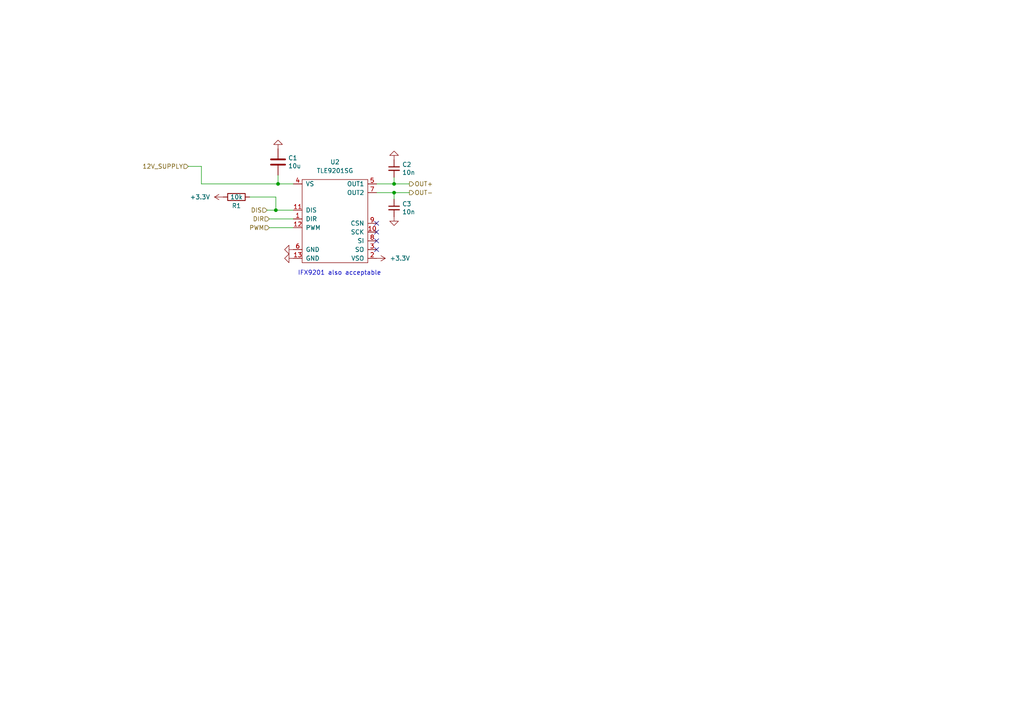
<source format=kicad_sch>
(kicad_sch (version 20230121) (generator eeschema)
  (paper "A4")
  (title_block (title "Polygonus Universal 88p") (date "2023-11-12") (rev "v1.0") (company "FutureProofPerformance.com"))
  (lib_symbols
    (symbol "Device:C" (pin_numbers hide) (pin_names (offset 0.254))
      (property "Reference" "C" (at 0.635 2.54 0))
      (property "Value" "C" (at 0.635 -2.54 0))
      (symbol "C_0_1"
        (polyline (pts (xy -2.032 -0.762) (xy 2.032 -0.762)) (stroke (width 0.508)))
        (polyline (pts (xy -2.032 0.762) (xy 2.032 0.762)) (stroke (width 0.508)))
      )
      (symbol "C_1_1"
        (pin passive line (at 0 3.81 270) (length 2.794) (name "~") (number "1"))
        (pin passive line (at 0 -3.81 90) (length 2.794) (name "~") (number "2"))
      )
    )
    (symbol "Device:C_Small" (pin_numbers hide) (pin_names (offset 0.254) hide)
      (property "Reference" "C" (at 0.254 1.778 0))
      (property "Value" "C_Small" (at 0.254 -2.032 0))
      (symbol "C_Small_0_1"
        (polyline (pts (xy -1.524 -0.508) (xy 1.524 -0.508)) (stroke (width 0.3302)))
        (polyline (pts (xy -1.524 0.508) (xy 1.524 0.508)) (stroke (width 0.3048)))
      )
      (symbol "C_Small_1_1"
        (pin passive line (at 0 2.54 270) (length 2.032) (name "~") (number "1"))
        (pin passive line (at 0 -2.54 90) (length 2.032) (name "~") (number "2"))
      )
    )
    (symbol "Device:R" (pin_numbers hide) (pin_names (offset 0))
      (property "Reference" "R" (at 2.032 0 90))
      (property "Value" "R" (at 0 0 90))
      (symbol "R_0_1"
        (rectangle (start -1.016 -2.54) (end 1.016 2.54) (stroke (width 0.254)))
      )
      (symbol "R_1_1"
        (pin passive line (at 0 3.81 270) (length 1.27) (name "~") (number "1"))
        (pin passive line (at 0 -3.81 90) (length 1.27) (name "~") (number "2"))
      )
    )
    (symbol "GND_1" (power) (pin_names (offset 0))
      (property "Value" "GND_1" (at 0 -3.81 0))
      (symbol "GND_1_0_1"
        (polyline (pts (xy 0 0) (xy 0 -1.27) (xy 1.27 -1.27) (xy 0 -2.54) (xy -1.27 -1.27) (xy 0 -1.27)))
      )
      (symbol "GND_1_1_1"
        (pin power_in line (at 0 0 270) (length 0) hide (name "GND") (number "1"))
      )
    )
    (symbol "Simon:TLE9201SG" (pin_names (offset 1.016))
      (property "Reference" "U11" (at -0.635 15.875 0))
      (property "Value" "TLE9201SG" (at -0.635 13.5636 0))
      (symbol "TLE9201SG_0_1"
        (rectangle (start -10.16 11.43) (end 8.89 -12.7))
      )
      (symbol "TLE9201SG_1_1"
        (pin input line (at -12.7 0 0) (length 2.54) (name "DIR") (number "1"))
        (pin input line (at 11.43 -3.81 180) (length 2.54) (name "SCK") (number "10"))
        (pin input line (at -12.7 2.54 0) (length 2.54) (name "DIS") (number "11"))
        (pin input line (at -12.7 -2.54 0) (length 2.54) (name "PWM") (number "12"))
        (pin power_in line (at -12.7 -11.43 0) (length 2.54) (name "GND") (number "13"))
        (pin power_in line (at 11.43 -11.43 180) (length 2.54) (name "VSO") (number "2"))
        (pin output line (at 11.43 -8.89 180) (length 2.54) (name "SO") (number "3"))
        (pin power_in line (at -12.7 10.16 0) (length 2.54) (name "VS") (number "4"))
        (pin power_out line (at 11.43 10.16 180) (length 2.54) (name "OUT1") (number "5"))
        (pin power_in line (at -12.7 -8.89 0) (length 2.54) (name "GND") (number "6"))
        (pin power_out line (at 11.43 7.62 180) (length 2.54) (name "OUT2") (number "7"))
        (pin input line (at 11.43 -6.35 180) (length 2.54) (name "SI") (number "8"))
        (pin input line (at 11.43 -1.27 180) (length 2.54) (name "CSN") (number "9"))
      )
    )
    (symbol "power:+3.3V" (power) (pin_names (offset 0))
      (property "Value" "+3.3V" (at 0 3.556 0))
      (symbol "+3.3V_0_1"
        (polyline (pts (xy -0.762 1.27) (xy 0 2.54)))
        (polyline (pts (xy 0 0) (xy 0 2.54)))
        (polyline (pts (xy 0 2.54) (xy 0.762 1.27)))
      )
      (symbol "+3.3V_1_1"
        (pin power_in line (at 0 0 90) (length 0) hide (name "+3.3V") (number "1"))
      )
    )
  )
  (junction (at 80.645 53.34))
  (junction (at 114.3 55.88))
  (junction (at 114.3 53.34))
  (junction (at 80.01 60.96))
  (no_connect (at 109.22 72.39))
  (no_connect (at 109.22 64.77))
  (no_connect (at 109.22 69.85))
  (no_connect (at 109.22 67.31))
  (wire (pts (xy 118.745 55.88) (xy 114.3 55.88)))
  (wire (pts (xy 54.61 48.26) (xy 58.42 48.26)))
  (wire (pts (xy 58.42 48.26) (xy 58.42 53.34)))
  (wire (pts (xy 80.01 60.96) (xy 85.09 60.96)))
  (wire (pts (xy 114.3 53.34) (xy 114.3 51.435)))
  (wire (pts (xy 109.22 53.34) (xy 114.3 53.34)))
  (wire (pts (xy 109.22 55.88) (xy 114.3 55.88)))
  (wire (pts (xy 77.47 60.96) (xy 80.01 60.96)))
  (wire (pts (xy 80.01 57.15) (xy 80.01 60.96)))
  (wire (pts (xy 80.645 53.34) (xy 85.09 53.34)))
  (wire (pts (xy 114.3 57.785) (xy 114.3 55.88)))
  (wire (pts (xy 58.42 53.34) (xy 80.645 53.34)))
  (wire (pts (xy 78.105 66.04) (xy 85.09 66.04)))
  (wire (pts (xy 80.645 50.8) (xy 80.645 53.34)))
  (wire (pts (xy 114.3 53.34) (xy 118.745 53.34)))
  (wire (pts (xy 78.105 63.5) (xy 85.09 63.5)))
  (wire (pts (xy 72.39 57.15) (xy 80.01 57.15)))
  (text "IFX9201 also acceptable" (at 86.36 80.01 0) (effects (font (size 1.27 1.27)) (justify left bottom)))
  (hierarchical_label "OUT+" (shape output) (at 118.745 53.34 0))
  (hierarchical_label "PWM" (shape input) (at 78.105 66.04 180))
  (hierarchical_label "DIR" (shape input) (at 78.105 63.5 180))
  (hierarchical_label "12V_SUPPLY" (shape input) (at 54.61 48.26 180))
  (hierarchical_label "DIS" (shape input) (at 77.47 60.96 180))
  (hierarchical_label "OUT-" (shape output) (at 118.745 55.88 0))
  (symbol (lib_id "Device:R") (at 68.58 57.15 270) (unit 1)
    (property "Reference" "R1" (at 68.58 59.69 90))
    (property "Value" "10k" (at 68.58 57.15 90))
    (property "Footprint" "Resistor_SMD:R_0805_2012Metric" (effects hide))
    (property "LCSC" "C17414" (effects hide))
    (property "LCSC_ext" "0" (effects hide))
    (instances (project "Polygonus-Universal-Base" (path "" (reference "R1") (unit 1)) (path "" (reference "R12") (unit 1))))
  )
  (symbol (lib_name "GND_1") (lib_id "power:GND") (at 114.3 62.865 0) (unit 1)
    (property "Reference" "#PWR070" (effects hide))
    (property "Value" "GND" (effects hide))
    (instances (project "Polygonus-Universal-Base" (path "" (reference "#PWR070") (unit 1)) (path "" (reference "#PWR080") (unit 1)) (path "" (reference "#PWR081") (unit 1)) (path "" (reference "#PWR031") (unit 1)) (path "" (reference "#PWR049") (unit 1))))
  )
  (symbol (lib_name "GND_1") (lib_id "power:GND") (at 85.09 72.39 270) (unit 1)
    (property "Reference" "#PWR070" (effects hide))
    (property "Value" "GND" (effects hide))
    (instances (project "Polygonus-Universal-Base" (path "" (reference "#PWR070") (unit 1)) (path "" (reference "#PWR080") (unit 1)) (path "" (reference "#PWR081") (unit 1)) (path "" (reference "#PWR027") (unit 1)) (path "" (reference "#PWR028") (unit 1))))
  )
  (symbol (lib_name "GND_1") (lib_id "power:GND") (at 80.645 43.18 180) (unit 1)
    (property "Reference" "#PWR070" (effects hide))
    (property "Value" "GND" (effects hide))
    (instances (project "Polygonus-Universal-Base" (path "" (reference "#PWR070") (unit 1)) (path "" (reference "#PWR080") (unit 1)) (path "" (reference "#PWR081") (unit 1)) (path "" (reference "#PWR052") (unit 1)) (path "" (reference "#PWR053") (unit 1))))
  )
  (symbol (lib_name "GND_1") (lib_id "power:GND") (at 85.09 74.93 270) (unit 1)
    (property "Reference" "#PWR070" (effects hide))
    (property "Value" "GND" (effects hide))
    (instances (project "Polygonus-Universal-Base" (path "" (reference "#PWR070") (unit 1)) (path "" (reference "#PWR080") (unit 1)) (path "" (reference "#PWR081") (unit 1)) (path "" (reference "#PWR029") (unit 1)) (path "" (reference "#PWR030") (unit 1))))
  )
  (symbol (lib_name "GND_1") (lib_id "power:GND") (at 114.3 46.355 180) (unit 1)
    (property "Reference" "#PWR070" (effects hide))
    (property "Value" "GND" (effects hide))
    (instances (project "Polygonus-Universal-Base" (path "" (reference "#PWR070") (unit 1)) (path "" (reference "#PWR080") (unit 1)) (path "" (reference "#PWR081") (unit 1)) (path "" (reference "#PWR050") (unit 1)) (path "" (reference "#PWR051") (unit 1))))
  )
  (symbol (lib_id "Simon:TLE9201SG") (at 97.79 63.5 0) (unit 1)
    (property "Reference" "U2" (at 97.155 46.99 0))
    (property "Value" "TLE9201SG" (at 97.155 49.53 0))
    (property "Footprint" "Package_SO:Infineon_PG-DSO-12-9" (effects hide))
    (property "PN" "TLE9201SG" (effects hide))
    (property "LCSC" "C112633" (effects hide))
    (property "LCSC_ext" "1" (effects hide))
    (property "possible_not_ext" "1" (effects hide))
    (instances (project "Polygonus-Universal-Base" (path "" (reference "U2") (unit 1)) (path "" (reference "U8") (unit 1))))
  )
  (symbol (lib_id "power:+3.3V") (at 109.22 74.93 270) (unit 1)
    (property "Reference" "#PWR0128" (effects hide))
    (property "Value" "+3.3V" (at 113.03 74.93 90) (effects (justify left)))
    (instances (project "Polygonus-Universal-Base" (path "" (reference "#PWR0128") (unit 1)) (path "" (reference "#PWR0115") (unit 1))))
  )
  (symbol (lib_id "Device:C_Small") (at 114.3 60.325 0) (unit 1)
    (property "Reference" "C3" (at 116.6368 59.1566 0) (effects (justify left)))
    (property "Value" "10n" (at 116.6368 61.468 0) (effects (justify left)))
    (property "Footprint" "Capacitor_SMD:C_0805_2012Metric" (effects hide))
    (property "LCSC" "C1710" (effects hide))
    (property "LCSC_ext" "0" (effects hide))
    (instances (project "Polygonus-Universal-Base" (path "" (reference "C3") (unit 1)) (path "" (reference "C9") (unit 1))))
  )
  (symbol (lib_id "Device:C") (at 80.645 46.99 0) (unit 1)
    (property "Reference" "C1" (at 83.566 45.8216 0) (effects (justify left)))
    (property "Value" "10u" (at 83.566 48.133 0) (effects (justify left)))
    (property "Footprint" "Capacitor_SMD:C_1206_3216Metric" (effects hide))
    (property "LCSC" "C13585" (effects hide))
    (property "LCSC_ext" "0" (effects hide))
    (instances (project "Polygonus-Universal-Base" (path "" (reference "C1") (unit 1)) (path "" (reference "C7") (unit 1))))
  )
  (symbol (lib_id "power:+3.3V") (at 64.77 57.15 90) (unit 1)
    (property "Reference" "#PWR062" (effects hide))
    (property "Value" "+3.3V" (at 60.96 57.15 90) (effects (justify left)))
    (instances (project "Polygonus-Universal-Base" (path "" (reference "#PWR062") (unit 1)) (path "" (reference "#PWR040") (unit 1))))
  )
  (symbol (lib_id "Device:C_Small") (at 114.3 48.895 0) (unit 1)
    (property "Reference" "C2" (at 116.6368 47.7266 0) (effects (justify left)))
    (property "Value" "10n" (at 116.6368 50.038 0) (effects (justify left)))
    (property "Footprint" "Capacitor_SMD:C_0805_2012Metric" (effects hide))
    (property "LCSC" "C1710" (effects hide))
    (property "LCSC_ext" "0" (effects hide))
    (instances (project "Polygonus-Universal-Base" (path "" (reference "C2") (unit 1)) (path "" (reference "C8") (unit 1))))
  )
)
</source>
